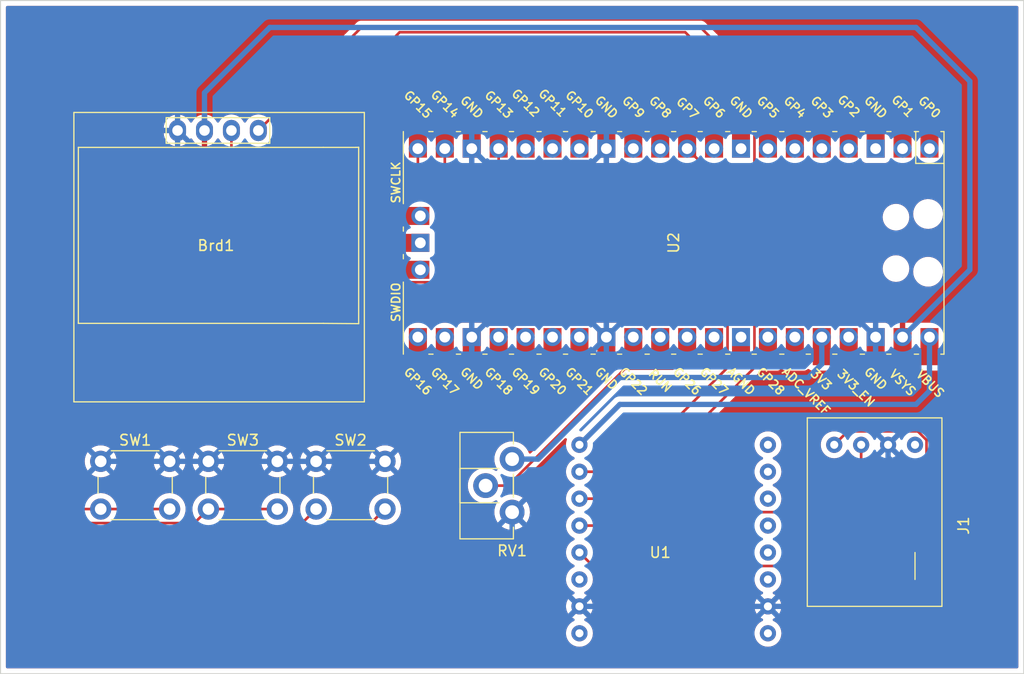
<source format=kicad_pcb>
(kicad_pcb (version 20211014) (generator pcbnew)
  (layers (0 "F.Cu" signal) (31 "B.Cu" signal) (34 "B.Paste" user) (35 "F.Paste" user) (36 "B.SilkS" user "B.Silkscreen") (37 "F.SilkS" user "F.Silkscreen") (38 "B.Mask" user) (39 "F.Mask" user) (44 "Edge.Cuts" user))
  (net 0 "")
  (net 1 "GND")
  (net 2 "VCC")
  (net 3 "GPIO5")
  (net 4 "GPIO4")
  (net 5 "+3V3")
  (net 6 "GPIO13")
  (net 7 "GPIO15")
  (net 8 "GPIO14")
  (net 9 "VBUS")
  (net 10 "GPIO7")
  (net 11 "GPIO8")
  (net 12 "RING1")
  (net 13 "TIP")
  (net 42 "GPIO26")
  (footprint "MCU_RaspberryPi_and_Boards:RPi_Pico_SMD_TH" (layer "F.Cu") (at 210.82 53.34 -90)
    (fp_text reference "U2" (at 0 0 90) (layer "F.SilkS"))
    (fp_text value "Pico")
    (fp_text user "GP8" (at -12.8 1.27 135) (layer "F.SilkS") (effects (font (size 0.8 0.8))))
    (fp_text user "GP26" (at 13.054 -1.27 135) (layer "F.SilkS") (effects (font (size 0.8 0.8))))
    (fp_text user "GP15" (at -13.054 24.13 135) (layer "F.SilkS") (effects (font (size 0.8 0.8))))
    (fp_text user "GND" (at 12.8 6.35 135) (layer "F.SilkS") (effects (font (size 0.8 0.8))))
    (fp_text user "GP2" (at -12.9 -16.51 135) (layer "F.SilkS") (effects (font (size 0.8 0.8))))
    (fp_text user "GP22" (at 13.054 3.81 135) (layer "F.SilkS") (effects (font (size 0.8 0.8))))
    (fp_text user "GND" (at -12.8 19.05 135) (layer "F.SilkS") (effects (font (size 0.8 0.8))))
    (fp_text user "GP1" (at -12.9 -21.6 135) (layer "F.SilkS") (effects (font (size 0.8 0.8))))
    (fp_text user "GP20" (at 13.054 11.43 135) (layer "F.SilkS") (effects (font (size 0.8 0.8))))
    (fp_text user "GP6" (at -12.8 -3.81 135) (layer "F.SilkS") (effects (font (size 0.8 0.8))))
    (fp_text user "GP19" (at 13.054 13.97 135) (layer "F.SilkS") (effects (font (size 0.8 0.8))))
    (fp_text user "GP17" (at 13.054 21.59 135) (layer "F.SilkS") (effects (font (size 0.8 0.8))))
    (fp_text user "GP9" (at -12.8 3.81 135) (layer "F.SilkS") (effects (font (size 0.8 0.8))))
    (fp_text user "VSYS" (at 13.2 -21.59 135) (layer "F.SilkS") (effects (font (size 0.8 0.8))))
    (fp_text user "GND" (at -12.8 6.35 135) (layer "F.SilkS") (effects (font (size 0.8 0.8))))
    (fp_text user "SWDIO" (at 5.6 26.2 90) (layer "F.SilkS") (effects (font (size 0.8 0.8))))
    (fp_text user "GP14" (at -13.1 21.59 135) (layer "F.SilkS") (effects (font (size 0.8 0.8))))
    (fp_text user "GP21" (at 13.054 8.9 135) (layer "F.SilkS") (effects (font (size 0.8 0.8))))
    (fp_text user "GP3" (at -12.8 -13.97 135) (layer "F.SilkS") (effects (font (size 0.8 0.8))))
    (fp_text user "GP7" (at -12.7 -1.3 135) (layer "F.SilkS") (effects (font (size 0.8 0.8))))
    (fp_text user "GND" (at -12.8 -6.35 135) (layer "F.SilkS") (effects (font (size 0.8 0.8))))
    (fp_text user "GP16" (at 13.054 24.13 135) (layer "F.SilkS") (effects (font (size 0.8 0.8))))
    (fp_text user "GP13" (at -13.054 16.51 135) (layer "F.SilkS") (effects (font (size 0.8 0.8))))
    (fp_text user "GND" (at -12.8 -19.05 135) (layer "F.SilkS") (effects (font (size 0.8 0.8))))
    (fp_text user "RUN" (at 13 1.27 135) (layer "F.SilkS") (effects (font (size 0.8 0.8))))
    (fp_text user "GP18" (at 13.054 16.51 135) (layer "F.SilkS") (effects (font (size 0.8 0.8))))
    (fp_text user "GP4" (at -12.8 -11.43 135) (layer "F.SilkS") (effects (font (size 0.8 0.8))))
    (fp_text user "GP5" (at -12.8 -8.89 135) (layer "F.SilkS") (effects (font (size 0.8 0.8))))
    (fp_text user "3V3" (at 12.9 -13.9 135) (layer "F.SilkS") (effects (font (size 0.8 0.8))))
    (fp_text user "ADC_VREF" (at 14 -12.5 135) (layer "F.SilkS") (effects (font (size 0.8 0.8))))
    (fp_text user "GP10" (at -13.054 8.89 135) (layer "F.SilkS") (effects (font (size 0.8 0.8))))
    (fp_text user "GND" (at 12.8 19.05 135) (layer "F.SilkS") (effects (font (size 0.8 0.8))))
    (fp_text user "VBUS" (at 13.3 -24.2 135) (layer "F.SilkS") (effects (font (size 0.8 0.8))))
    (fp_text user "GP0" (at -12.8 -24.13 135) (layer "F.SilkS") (effects (font (size 0.8 0.8))))
    (fp_text user "GND" (at 12.8 -19.05 135) (layer "F.SilkS") (effects (font (size 0.8 0.8))))
    (fp_text user "AGND" (at 13.054 -6.35 135) (layer "F.SilkS") (effects (font (size 0.8 0.8))))
    (fp_text user "SWCLK" (at -5.7 26.2 90) (layer "F.SilkS") (effects (font (size 0.8 0.8))))
    (fp_text user "GP28" (at 13.054 -9.144 135) (layer "F.SilkS") (effects (font (size 0.8 0.8))))
    (fp_text user "GP11" (at -13.2 11.43 135) (layer "F.SilkS") (effects (font (size 0.8 0.8))))
    (fp_text user "3V3_EN" (at 13.7 -17.2 135) (layer "F.SilkS") (effects (font (size 0.8 0.8))))
    (fp_text user "GP27" (at 13.054 -3.8 135) (layer "F.SilkS") (effects (font (size 0.8 0.8))))
    (fp_text user "GP12" (at -13.2 13.97 135) (layer "F.SilkS") (effects (font (size 0.8 0.8))))
    (fp_line (start 10.5 17.6) (end 10.5 18) (layer "F.SilkS") (width 0.12))
    (fp_line (start 10.5 -15.4) (end 10.5 -15) (layer "F.SilkS") (width 0.12))
    (fp_line (start -10.5 -20.5) (end -10.5 -20.1) (layer "F.SilkS") (width 0.12))
    (fp_line (start 10.5 4.9) (end 10.5 5.3) (layer "F.SilkS") (width 0.12))
    (fp_line (start 10.5 20.1) (end 10.5 20.5) (layer "F.SilkS") (width 0.12))
    (fp_line (start -10.5 -12.9) (end -10.5 -12.5) (layer "F.SilkS") (width 0.12))
    (fp_line (start 1.1 25.5) (end 1.5 25.5) (layer "F.SilkS") (width 0.12))
    (fp_line (start 10.5 12.5) (end 10.5 12.9) (layer "F.SilkS") (width 0.12))
    (fp_line (start -1.5 25.5) (end -1.1 25.5) (layer "F.SilkS") (width 0.12))
    (fp_line (start -10.5 7.4) (end -10.5 7.8) (layer "F.SilkS") (width 0.12))
    (fp_line (start 10.5 2.3) (end 10.5 2.7) (layer "F.SilkS") (width 0.12))
    (fp_line (start -10.5 -25.5) (end 10.5 -25.5) (layer "F.SilkS") (width 0.12))
    (fp_line (start -10.5 -25.5) (end -10.5 -25.2) (layer "F.SilkS") (width 0.12))
    (fp_line (start -10.5 10) (end -10.5 10.4) (layer "F.SilkS") (width 0.12))
    (fp_line (start -10.5 4.9) (end -10.5 5.3) (layer "F.SilkS") (width 0.12))
    (fp_line (start -10.5 -22.833) (end -7.493 -22.833) (layer "F.SilkS") (width 0.12))
    (fp_line (start -10.5 -7.8) (end -10.5 -7.4) (layer "F.SilkS") (width 0.12))
    (fp_line (start -10.5 -2.7) (end -10.5 -2.3) (layer "F.SilkS") (width 0.12))
    (fp_line (start 10.5 15.1) (end 10.5 15.5) (layer "F.SilkS") (width 0.12))
    (fp_line (start -10.5 -0.2) (end -10.5 0.2) (layer "F.SilkS") (width 0.12))
    (fp_line (start -10.5 2.3) (end -10.5 2.7) (layer "F.SilkS") (width 0.12))
    (fp_line (start -10.5 17.6) (end -10.5 18) (layer "F.SilkS") (width 0.12))
    (fp_line (start -10.5 -15.4) (end -10.5 -15) (layer "F.SilkS") (width 0.12))
    (fp_line (start 10.5 -20.5) (end 10.5 -20.1) (layer "F.SilkS") (width 0.12))
    (fp_line (start 10.5 -18) (end 10.5 -17.6) (layer "F.SilkS") (width 0.12))
    (fp_line (start 10.5 -10.4) (end 10.5 -10) (layer "F.SilkS") (width 0.12))
    (fp_line (start 10.5 22.7) (end 10.5 23.1) (layer "F.SilkS") (width 0.12))
    (fp_line (start 10.5 7.4) (end 10.5 7.8) (layer "F.SilkS") (width 0.12))
    (fp_line (start 10.5 -5.3) (end 10.5 -4.9) (layer "F.SilkS") (width 0.12))
    (fp_line (start -10.5 22.7) (end -10.5 23.1) (layer "F.SilkS") (width 0.12))
    (fp_line (start -3.7 25.5) (end -10.5 25.5) (layer "F.SilkS") (width 0.12))
    (fp_line (start 10.5 -23.1) (end 10.5 -22.7) (layer "F.SilkS") (width 0.12))
    (fp_line (start -10.5 12.5) (end -10.5 12.9) (layer "F.SilkS") (width 0.12))
    (fp_line (start -10.5 -18) (end -10.5 -17.6) (layer "F.SilkS") (width 0.12))
    (fp_line (start -10.5 20.1) (end -10.5 20.5) (layer "F.SilkS") (width 0.12))
    (fp_line (start 10.5 10) (end 10.5 10.4) (layer "F.SilkS") (width 0.12))
    (fp_line (start -10.5 -10.4) (end -10.5 -10) (layer "F.SilkS") (width 0.12))
    (fp_line (start 10.5 25.5) (end 3.7 25.5) (layer "F.SilkS") (width 0.12))
    (fp_line (start 10.5 -7.8) (end 10.5 -7.4) (layer "F.SilkS") (width 0.12))
    (fp_line (start -10.5 -23.1) (end -10.5 -22.7) (layer "F.SilkS") (width 0.12))
    (fp_line (start 10.5 -12.9) (end 10.5 -12.5) (layer "F.SilkS") (width 0.12))
    (fp_line (start 10.5 -25.5) (end 10.5 -25.2) (layer "F.SilkS") (width 0.12))
    (fp_line (start -10.5 -5.3) (end -10.5 -4.9) (layer "F.SilkS") (width 0.12))
    (fp_line (start 10.5 -0.2) (end 10.5 0.2) (layer "F.SilkS") (width 0.12))
    (fp_line (start -10.5 15.1) (end -10.5 15.5) (layer "F.SilkS") (width 0.12))
    (fp_line (start -7.493 -22.833) (end -7.493 -25.5) (layer "F.SilkS") (width 0.12))
    (fp_line (start 10.5 -2.7) (end 10.5 -2.3) (layer "F.SilkS") (width 0.12))
    (pad "" np_thru_hole oval (at -2.425 -20.97 270) (size 1.5 1.5) (drill 1.5) (layers *.Cu *.Mask))
    (pad "" np_thru_hole oval (at -2.725 -24 270) (size 1.8 1.8) (drill 1.8) (layers *.Cu *.Mask))
    (pad "" np_thru_hole oval (at 2.725 -24 270) (size 1.8 1.8) (drill 1.8) (layers *.Cu *.Mask))
    (pad "" np_thru_hole oval (at 2.425 -20.97 270) (size 1.5 1.5) (drill 1.5) (layers *.Cu *.Mask))
    (pad "1" thru_hole oval (at -8.89 -24.13 270) (size 1.7 1.7) (drill 1.02) (layers *.Cu *.Mask))
    (pad "1" smd rect (at -8.89 -24.13 270) (size 3.5 1.7) (drill (offset -0.9 0)) (layers "F.Cu" "F.Mask"))
    (pad "2" smd rect (at -8.89 -21.59 270) (size 3.5 1.7) (drill (offset -0.9 0)) (layers "F.Cu" "F.Mask"))
    (pad "2" thru_hole oval (at -8.89 -21.59 270) (size 1.7 1.7) (drill 1.02) (layers *.Cu *.Mask))
    (pad "3" smd rect (at -8.89 -19.05 270) (size 3.5 1.7) (drill (offset -0.9 0)) (layers "F.Cu" "F.Mask"))
    (pad "3" thru_hole rect (at -8.89 -19.05 270) (size 1.7 1.7) (drill 1.02) (layers *.Cu *.Mask))
    (pad "4" smd rect (at -8.89 -16.51 270) (size 3.5 1.7) (drill (offset -0.9 0)) (layers "F.Cu" "F.Mask"))
    (pad "4" thru_hole oval (at -8.89 -16.51 270) (size 1.7 1.7) (drill 1.02) (layers *.Cu *.Mask))
    (pad "5" thru_hole oval (at -8.89 -13.97 270) (size 1.7 1.7) (drill 1.02) (layers *.Cu *.Mask))
    (pad "5" smd rect (at -8.89 -13.97 270) (size 3.5 1.7) (drill (offset -0.9 0)) (layers "F.Cu" "F.Mask"))
    (pad "6" smd rect (at -8.89 -11.43 270) (size 3.5 1.7) (drill (offset -0.9 0)) (layers "F.Cu" "F.Mask") (net 4 "GPIO4"))
    (pad "6" thru_hole oval (at -8.89 -11.43 270) (size 1.7 1.7) (drill 1.02) (layers *.Cu *.Mask) (net 4 "GPIO4"))
    (pad "7" smd rect (at -8.89 -8.89 270) (size 3.5 1.7) (drill (offset -0.9 0)) (layers "F.Cu" "F.Mask") (net 3 "GPIO5"))
    (pad "7" thru_hole oval (at -8.89 -8.89 270) (size 1.7 1.7) (drill 1.02) (layers *.Cu *.Mask) (net 3 "GPIO5"))
    (pad "8" thru_hole rect (at -8.89 -6.35 270) (size 1.7 1.7) (drill 1.02) (layers *.Cu *.Mask))
    (pad "8" smd rect (at -8.89 -6.35 270) (size 3.5 1.7) (drill (offset -0.9 0)) (layers "F.Cu" "F.Mask"))
    (pad "9" smd rect (at -8.89 -3.81 270) (size 3.5 1.7) (drill (offset -0.9 0)) (layers "F.Cu" "F.Mask"))
    (pad "9" thru_hole oval (at -8.89 -3.81 270) (size 1.7 1.7) (drill 1.02) (layers *.Cu *.Mask))
    (pad "10" thru_hole oval (at -8.89 -1.27 270) (size 1.7 1.7) (drill 1.02) (layers *.Cu *.Mask) (net 10 "GPIO7"))
    (pad "10" smd rect (at -8.89 -1.27 270) (size 3.5 1.7) (drill (offset -0.9 0)) (layers "F.Cu" "F.Mask") (net 10 "GPIO7"))
    (pad "11" smd rect (at -8.89 1.27 270) (size 3.5 1.7) (drill (offset -0.9 0)) (layers "F.Cu" "F.Mask") (net 11 "GPIO8"))
    (pad "11" thru_hole oval (at -8.89 1.27 270) (size 1.7 1.7) (drill 1.02) (layers *.Cu *.Mask) (net 11 "GPIO8"))
    (pad "12" thru_hole oval (at -8.89 3.81 270) (size 1.7 1.7) (drill 1.02) (layers *.Cu *.Mask))
    (pad "12" smd rect (at -8.89 3.81 270) (size 3.5 1.7) (drill (offset -0.9 0)) (layers "F.Cu" "F.Mask"))
    (pad "13" smd rect (at -8.89 6.35 270) (size 3.5 1.7) (drill (offset -0.9 0)) (layers "F.Cu" "F.Mask") (net 1 "GND"))
    (pad "13" thru_hole rect (at -8.89 6.35 270) (size 1.7 1.7) (drill 1.02) (layers *.Cu *.Mask) (net 1 "GND"))
    (pad "14" smd rect (at -8.89 8.89 270) (size 3.5 1.7) (drill (offset -0.9 0)) (layers "F.Cu" "F.Mask"))
    (pad "14" thru_hole oval (at -8.89 8.89 270) (size 1.7 1.7) (drill 1.02) (layers *.Cu *.Mask))
    (pad "15" smd rect (at -8.89 11.43 270) (size 3.5 1.7) (drill (offset -0.9 0)) (layers "F.Cu" "F.Mask"))
    (pad "15" thru_hole oval (at -8.89 11.43 270) (size 1.7 1.7) (drill 1.02) (layers *.Cu *.Mask))
    (pad "16" thru_hole oval (at -8.89 13.97 270) (size 1.7 1.7) (drill 1.02) (layers *.Cu *.Mask))
    (pad "16" smd rect (at -8.89 13.97 270) (size 3.5 1.7) (drill (offset -0.9 0)) (layers "F.Cu" "F.Mask"))
    (pad "17" smd rect (at -8.89 16.51 270) (size 3.5 1.7) (drill (offset -0.9 0)) (layers "F.Cu" "F.Mask") (net 6 "GPIO13"))
    (pad "17" thru_hole oval (at -8.89 16.51 270) (size 1.7 1.7) (drill 1.02) (layers *.Cu *.Mask) (net 6 "GPIO13"))
    (pad "18" thru_hole rect (at -8.89 19.05 270) (size 1.7 1.7) (drill 1.02) (layers *.Cu *.Mask) (net 1 "GND"))
    (pad "18" smd rect (at -8.89 19.05 270) (size 3.5 1.7) (drill (offset -0.9 0)) (layers "F.Cu" "F.Mask") (net 1 "GND"))
    (pad "19" thru_hole oval (at -8.89 21.59 270) (size 1.7 1.7) (drill 1.02) (layers *.Cu *.Mask) (net 8 "GPIO14"))
    (pad "19" smd rect (at -8.89 21.59 270) (size 3.5 1.7) (drill (offset -0.9 0)) (layers "F.Cu" "F.Mask") (net 8 "GPIO14"))
    (pad "20" thru_hole oval (at -8.89 24.13 270) (size 1.7 1.7) (drill 1.02) (layers *.Cu *.Mask) (net 7 "GPIO15"))
    (pad "20" smd rect (at -8.89 24.13 270) (size 3.5 1.7) (drill (offset -0.9 0)) (layers "F.Cu" "F.Mask") (net 7 "GPIO15"))
    (pad "21" smd rect (at 8.89 24.13 270) (size 3.5 1.7) (drill (offset 0.9 0)) (layers "F.Cu" "F.Mask"))
    (pad "21" thru_hole oval (at 8.89 24.13 270) (size 1.7 1.7) (drill 1.02) (layers *.Cu *.Mask))
    (pad "22" thru_hole oval (at 8.89 21.59 270) (size 1.7 1.7) (drill 1.02) (layers *.Cu *.Mask))
    (pad "22" smd rect (at 8.89 21.59 270) (size 3.5 1.7) (drill (offset 0.9 0)) (layers "F.Cu" "F.Mask"))
    (pad "23" smd rect (at 8.89 19.05 270) (size 3.5 1.7) (drill (offset 0.9 0)) (layers "F.Cu" "F.Mask") (net 1 "GND"))
    (pad "23" thru_hole rect (at 8.89 19.05 270) (size 1.7 1.7) (drill 1.02) (layers *.Cu *.Mask) (net 1 "GND"))
    (pad "24" thru_hole oval (at 8.89 16.51 270) (size 1.7 1.7) (drill 1.02) (layers *.Cu *.Mask))
    (pad "24" smd rect (at 8.89 16.51 270) (size 3.5 1.7) (drill (offset 0.9 0)) (layers "F.Cu" "F.Mask"))
    (pad "25" thru_hole oval (at 8.89 13.97 270) (size 1.7 1.7) (drill 1.02) (layers *.Cu *.Mask))
    (pad "25" smd rect (at 8.89 13.97 270) (size 3.5 1.7) (drill (offset 0.9 0)) (layers "F.Cu" "F.Mask"))
    (pad "26" thru_hole oval (at 8.89 11.43 270) (size 1.7 1.7) (drill 1.02) (layers *.Cu *.Mask))
    (pad "26" smd rect (at 8.89 11.43 270) (size 3.5 1.7) (drill (offset 0.9 0)) (layers "F.Cu" "F.Mask"))
    (pad "27" thru_hole oval (at 8.89 8.89 270) (size 1.7 1.7) (drill 1.02) (layers *.Cu *.Mask))
    (pad "27" smd rect (at 8.89 8.89 270) (size 3.5 1.7) (drill (offset 0.9 0)) (layers "F.Cu" "F.Mask"))
    (pad "28" thru_hole rect (at 8.89 6.35 270) (size 1.7 1.7) (drill 1.02) (layers *.Cu *.Mask) (net 1 "GND"))
    (pad "28" smd rect (at 8.89 6.35 270) (size 3.5 1.7) (drill (offset 0.9 0)) (layers "F.Cu" "F.Mask") (net 1 "GND"))
    (pad "29" thru_hole oval (at 8.89 3.81 270) (size 1.7 1.7) (drill 1.02) (layers *.Cu *.Mask))
    (pad "29" smd rect (at 8.89 3.81 270) (size 3.5 1.7) (drill (offset 0.9 0)) (layers "F.Cu" "F.Mask"))
    (pad "30" thru_hole oval (at 8.89 1.27 270) (size 1.7 1.7) (drill 1.02) (layers *.Cu *.Mask))
    (pad "30" smd rect (at 8.89 1.27 270) (size 3.5 1.7) (drill (offset 0.9 0)) (layers "F.Cu" "F.Mask"))
    (pad "31" thru_hole oval (at 8.89 -1.27 270) (size 1.7 1.7) (drill 1.02) (layers *.Cu *.Mask) (net 42 "GPIO26"))
    (pad "31" smd rect (at 8.89 -1.27 270) (size 3.5 1.7) (drill (offset 0.9 0)) (layers "F.Cu" "F.Mask") (net 42 "GPIO26"))
    (pad "32" thru_hole oval (at 8.89 -3.81 270) (size 1.7 1.7) (drill 1.02) (layers *.Cu *.Mask))
    (pad "32" smd rect (at 8.89 -3.81 270) (size 3.5 1.7) (drill (offset 0.9 0)) (layers "F.Cu" "F.Mask"))
    (pad "33" thru_hole rect (at 8.89 -6.35 270) (size 1.7 1.7) (drill 1.02) (layers *.Cu *.Mask))
    (pad "33" smd rect (at 8.89 -6.35 270) (size 3.5 1.7) (drill (offset 0.9 0)) (layers "F.Cu" "F.Mask"))
    (pad "34" smd rect (at 8.89 -8.89 270) (size 3.5 1.7) (drill (offset 0.9 0)) (layers "F.Cu" "F.Mask"))
    (pad "34" thru_hole oval (at 8.89 -8.89 270) (size 1.7 1.7) (drill 1.02) (layers *.Cu *.Mask))
    (pad "35" thru_hole oval (at 8.89 -11.43 270) (size 1.7 1.7) (drill 1.02) (layers *.Cu *.Mask))
    (pad "35" smd rect (at 8.89 -11.43 270) (size 3.5 1.7) (drill (offset 0.9 0)) (layers "F.Cu" "F.Mask"))
    (pad "36" smd rect (at 8.89 -13.97 270) (size 3.5 1.7) (drill (offset 0.9 0)) (layers "F.Cu" "F.Mask") (net 5 "+3V3"))
    (pad "36" thru_hole oval (at 8.89 -13.97 270) (size 1.7 1.7) (drill 1.02) (layers *.Cu *.Mask) (net 5 "+3V3"))
    (pad "37" thru_hole oval (at 8.89 -16.51 270) (size 1.7 1.7) (drill 1.02) (layers *.Cu *.Mask))
    (pad "37" smd rect (at 8.89 -16.51 270) (size 3.5 1.7) (drill (offset 0.9 0)) (layers "F.Cu" "F.Mask"))
    (pad "38" smd rect (at 8.89 -19.05 270) (size 3.5 1.7) (drill (offset 0.9 0)) (layers "F.Cu" "F.Mask") (net 1 "GND"))
    (pad "38" thru_hole rect (at 8.89 -19.05 270) (size 1.7 1.7) (drill 1.02) (layers *.Cu *.Mask) (net 1 "GND"))
    (pad "39" smd rect (at 8.89 -21.59 270) (size 3.5 1.7) (drill (offset 0.9 0)) (layers "F.Cu" "F.Mask") (net 2 "VCC"))
    (pad "39" thru_hole oval (at 8.89 -21.59 270) (size 1.7 1.7) (drill 1.02) (layers *.Cu *.Mask) (net 2 "VCC"))
    (pad "40" thru_hole oval (at 8.89 -24.13 270) (size 1.7 1.7) (drill 1.02) (layers *.Cu *.Mask) (net 9 "VBUS"))
    (pad "40" smd rect (at 8.89 -24.13 270) (size 3.5 1.7) (drill (offset 0.9 0)) (layers "F.Cu" "F.Mask") (net 9 "VBUS"))
    (pad "41" smd rect (at -2.54 23.9) (size 3.5 1.7) (drill (offset -0.9 0)) (layers "F.Cu" "F.Mask"))
    (pad "41" thru_hole oval (at -2.54 23.9 270) (size 1.7 1.7) (drill 1.02) (layers *.Cu *.Mask))
    (pad "42" thru_hole rect (at 0 23.9 270) (size 1.7 1.7) (drill 1.02) (layers *.Cu *.Mask))
    (pad "42" smd rect (at 0 23.9) (size 3.5 1.7) (drill (offset -0.9 0)) (layers "F.Cu" "F.Mask"))
    (pad "43" smd rect (at 2.54 23.9) (size 3.5 1.7) (drill (offset -0.9 0)) (layers "F.Cu" "F.Mask"))
    (pad "43" thru_hole oval (at 2.54 23.9 270) (size 1.7 1.7) (drill 1.02) (layers *.Cu *.Mask))
  )
  (footprint "Button_Switch_THT:SW_PUSH_6mm" (layer "F.Cu") (at 166.93 73.95)
    (fp_text reference "SW3" (at 3.25 -2) (layer "F.SilkS"))
    (fp_text value "SW_Push")
    (fp_line (start -0.25 1.5) (end -0.25 3) (layer "F.SilkS") (width 0.12))
    (fp_line (start 6.75 3) (end 6.75 1.5) (layer "F.SilkS") (width 0.12))
    (fp_line (start 5.5 -1) (end 1 -1) (layer "F.SilkS") (width 0.12))
    (fp_line (start 1 5.5) (end 5.5 5.5) (layer "F.SilkS") (width 0.12))
    (pad "1" thru_hole circle (at 6.5 0 90) (size 2 2) (drill 1.1) (layers *.Cu *.Mask) (net 1 "GND"))
    (pad "1" thru_hole circle (at 0 0 90) (size 2 2) (drill 1.1) (layers *.Cu *.Mask) (net 1 "GND"))
    (pad "2" thru_hole circle (at 0 4.5 90) (size 2 2) (drill 1.1) (layers *.Cu *.Mask) (net 8 "GPIO14"))
    (pad "2" thru_hole circle (at 6.5 4.5 90) (size 2 2) (drill 1.1) (layers *.Cu *.Mask) (net 8 "GPIO14"))
  )
  (footprint "Arduino_Nano:DFPlayer" (layer "F.Cu") (at 209.55 72.39)
    (fp_text reference "U1" (at 0 10.16) (layer "F.SilkS"))
    (fp_text value "MP3-TF-16P")
    (pad "1" thru_hole circle locked (at -7.62 0) (size 1.524 1.524) (drill 0.762) (layers *.Cu *.Mask) (net 9 "VBUS"))
    (pad "2" thru_hole circle locked (at -7.62 2.54) (size 1.524 1.524) (drill 0.762) (layers *.Cu *.Mask) (net 10 "GPIO7"))
    (pad "3" thru_hole circle locked (at -7.62 5.08) (size 1.524 1.524) (drill 0.762) (layers *.Cu *.Mask) (net 11 "GPIO8"))
    (pad "4" thru_hole circle locked (at -7.62 7.62) (size 1.524 1.524) (drill 0.762) (layers *.Cu *.Mask) (net 12 "RING1"))
    (pad "5" thru_hole circle locked (at -7.62 10.16) (size 1.524 1.524) (drill 0.762) (layers *.Cu *.Mask) (net 13 "TIP"))
    (pad "6" thru_hole circle locked (at -7.62 12.7) (size 1.524 1.524) (drill 0.762) (layers *.Cu *.Mask))
    (pad "7" thru_hole circle locked (at -7.62 15.24) (size 1.524 1.524) (drill 0.762) (layers *.Cu *.Mask) (net 1 "GND"))
    (pad "8" thru_hole circle locked (at -7.62 17.78) (size 1.524 1.524) (drill 0.762) (layers *.Cu *.Mask))
    (pad "9" thru_hole circle locked (at 10.16 17.78) (size 1.524 1.524) (drill 0.762) (layers *.Cu *.Mask))
    (pad "10" thru_hole circle locked (at 10.16 15.24) (size 1.524 1.524) (drill 0.762) (layers *.Cu *.Mask) (net 1 "GND"))
    (pad "11" thru_hole circle locked (at 10.16 12.7) (size 1.524 1.524) (drill 0.762) (layers *.Cu *.Mask))
    (pad "12" thru_hole circle locked (at 10.16 10.16) (size 1.524 1.524) (drill 0.762) (layers *.Cu *.Mask))
    (pad "13" thru_hole circle locked (at 10.16 7.62) (size 1.524 1.524) (drill 0.762) (layers *.Cu *.Mask))
    (pad "14" thru_hole circle locked (at 10.16 5.08) (size 1.524 1.524) (drill 0.762) (layers *.Cu *.Mask))
    (pad "15" thru_hole circle locked (at 10.16 2.54) (size 1.524 1.524) (drill 0.762) (layers *.Cu *.Mask))
    (pad "16" thru_hole circle locked (at 10.16 0) (size 1.524 1.524) (drill 0.762) (layers *.Cu *.Mask))
  )
  (footprint "audioJack:TTRS_Breakout_board" (layer "F.Cu") (at 238.665 80.01 90)
    (fp_text reference "J1" (at 0 -0.5 90 unlocked) (layer "F.SilkS"))
    (fp_text value "AudioJack4")
    (fp_line (start 10.16 -15.24) (end -7.62 -15.24) (layer "F.SilkS") (width 0.12))
    (fp_line (start -7.62 -2.54) (end 10.16 -2.54) (layer "F.SilkS") (width 0.12))
    (fp_line (start -5.08 -5.08) (end -2.54 -5.08) (layer "F.SilkS") (width 0.12))
    (fp_line (start -7.62 -15.24) (end -7.62 -2.54) (layer "F.SilkS") (width 0.12))
    (fp_line (start 10.16 -2.54) (end 10.16 -15.24) (layer "F.SilkS") (width 0.12))
    (pad "R1" thru_hole circle (at 7.62 -10.16 180) (size 1.524 1.524) (drill 0.762) (layers *.Cu *.Mask) (net 12 "RING1"))
    (pad "R2" thru_hole circle (at 7.62 -7.62 90) (size 1.524 1.524) (drill 0.762) (layers *.Cu *.Mask) (net 1 "GND"))
    (pad "T" thru_hole circle (at 7.62 -12.7 90) (size 1.524 1.524) (drill 0.762) (layers *.Cu *.Mask) (net 13 "TIP"))
    (pad "s" thru_hole circle (at 7.62 -5.08 90) (size 1.524 1.524) (drill 0.762) (layers *.Cu *.Mask))
  )
  (footprint "Button_Switch_THT:SW_PUSH_6mm" (layer "F.Cu") (at 156.77 73.95)
    (fp_text reference "SW1" (at 3.25 -2) (layer "F.SilkS"))
    (fp_text value "SW_Push")
    (fp_line (start -0.25 1.5) (end -0.25 3) (layer "F.SilkS") (width 0.12))
    (fp_line (start 5.5 -1) (end 1 -1) (layer "F.SilkS") (width 0.12))
    (fp_line (start 1 5.5) (end 5.5 5.5) (layer "F.SilkS") (width 0.12))
    (fp_line (start 6.75 3) (end 6.75 1.5) (layer "F.SilkS") (width 0.12))
    (pad "1" thru_hole circle (at 0 0 90) (size 2 2) (drill 1.1) (layers *.Cu *.Mask) (net 1 "GND"))
    (pad "1" thru_hole circle (at 6.5 0 90) (size 2 2) (drill 1.1) (layers *.Cu *.Mask) (net 1 "GND"))
    (pad "2" thru_hole circle (at 0 4.5 90) (size 2 2) (drill 1.1) (layers *.Cu *.Mask) (net 6 "GPIO13"))
    (pad "2" thru_hole circle (at 6.5 4.5 90) (size 2 2) (drill 1.1) (layers *.Cu *.Mask) (net 6 "GPIO13"))
  )
  (footprint "SSD1306:128x64OLED" (layer "F.Cu") (at 167.64 53.34)
    (fp_text reference "Brd1" (at 0 0.254) (layer "F.SilkS"))
    (fp_text value "SSD1306")
    (fp_line (start 10.122 -9.005) (end 13.208 -9.005) (layer "F.SilkS") (width 0.12))
    (fp_line (start -4.699 -11.811) (end 5.08 -11.811) (layer "F.SilkS") (width 0.12))
    (fp_line (start -12.978 -9.005) (end 10.122 -9.005) (layer "F.SilkS") (width 0.12))
    (fp_line (start -13.4 -12.3) (end 14 -12.3) (layer "F.SilkS") (width 0.12))
    (fp_line (start 14 15) (end -13.4 15) (layer "F.SilkS") (width 0.12))
    (fp_line (start 14 -12.3) (end 14 15) (layer "F.SilkS") (width 0.12))
    (fp_line (start 13.462 -9.017) (end 13.208 -9.005) (layer "F.SilkS") (width 0.12))
    (fp_line (start 10.122 7.595) (end -12.978 7.595) (layer "F.SilkS") (width 0.12))
    (fp_line (start 13.462 7.62) (end 13.462 -9.017) (layer "F.SilkS") (width 0.12))
    (fp_line (start 5.08 -11.811) (end 5.08 -9.398) (layer "F.SilkS") (width 0.12))
    (fp_line (start -13.4 15) (end -13.4 -12.3) (layer "F.SilkS") (width 0.12))
    (fp_line (start -4.699 -11.811) (end -4.699 -9.398) (layer "F.SilkS") (width 0.12))
    (fp_line (start -12.978 7.595) (end -12.978 -9.005) (layer "F.SilkS") (width 0.12))
    (fp_line (start 10.122 7.595) (end 13.462 7.62) (layer "F.SilkS") (width 0.12))
    (fp_line (start 5.08 -9.398) (end -4.699 -9.398) (layer "F.SilkS") (width 0.12))
    (pad "1" thru_hole oval (at -3.62 -10.6 90) (size 2 1.6) (drill 1) (layers *.Cu *.Mask) (net 1 "GND"))
    (pad "2" thru_hole oval (at -1.08 -10.6 90) (size 2 1.6) (drill 1) (layers *.Cu *.Mask) (net 2 "VCC"))
    (pad "3" thru_hole oval (at 1.46 -10.6 90) (size 2 1.6) (drill 1) (layers *.Cu *.Mask) (net 3 "GPIO5"))
    (pad "4" thru_hole oval (at 4 -10.6 90) (size 2 1.6) (drill 1) (layers *.Cu *.Mask) (net 4 "GPIO4"))
  )
  (footprint "Button_Switch_THT:SW_PUSH_6mm" (layer "F.Cu") (at 177.09 73.95)
    (fp_text reference "SW2" (at 3.25 -2) (layer "F.SilkS"))
    (fp_text value "SW_Push")
    (fp_line (start 6.75 3) (end 6.75 1.5) (layer "F.SilkS") (width 0.12))
    (fp_line (start 5.5 -1) (end 1 -1) (layer "F.SilkS") (width 0.12))
    (fp_line (start 1 5.5) (end 5.5 5.5) (layer "F.SilkS") (width 0.12))
    (fp_line (start -0.25 1.5) (end -0.25 3) (layer "F.SilkS") (width 0.12))
    (pad "1" thru_hole circle (at 6.5 0 90) (size 2 2) (drill 1.1) (layers *.Cu *.Mask) (net 1 "GND"))
    (pad "1" thru_hole circle (at 0 0 90) (size 2 2) (drill 1.1) (layers *.Cu *.Mask) (net 1 "GND"))
    (pad "2" thru_hole circle (at 0 4.5 90) (size 2 2) (drill 1.1) (layers *.Cu *.Mask) (net 7 "GPIO15"))
    (pad "2" thru_hole circle (at 6.5 4.5 90) (size 2 2) (drill 1.1) (layers *.Cu *.Mask) (net 7 "GPIO15"))
  )
  (footprint "Potentiometer_THT:Potentiometer_ACP_CA9-H2,5_Horizontal" (layer "F.Cu") (at 195.58 78.74 180)
    (fp_text reference "RV1" (at 0 -3.65) (layer "F.SilkS"))
    (fp_text value "R_Potentiometer")
    (fp_line (start 4.92 0.88) (end 4.92 4.12) (layer "F.SilkS") (width 0.12))
    (fp_line (start 1.237 0.88) (end 4.92 0.88) (layer "F.SilkS") (width 0.12))
    (fp_line (start -0.121 7.52) (end 4.92 7.52) (layer "F.SilkS") (width 0.12))
    (fp_line (start -0.121 1.426) (end -0.121 3.575) (layer "F.SilkS") (width 0.12))
    (fp_line (start -0.121 -2.521) (end -0.121 -1.426) (layer "F.SilkS") (width 0.12))
    (fp_line (start 1.237 4.12) (end 4.92 4.12) (layer "F.SilkS") (width 0.12))
    (fp_line (start -0.121 6.425) (end -0.121 7.52) (layer "F.SilkS") (width 0.12))
    (fp_line (start -0.121 1.426) (end -0.121 3.575) (layer "F.SilkS") (width 0.12))
    (fp_line (start -0.121 -2.521) (end 4.92 -2.521) (layer "F.SilkS") (width 0.12))
    (fp_line (start 4.92 -2.521) (end 4.92 7.52) (layer "F.SilkS") (width 0.12))
    (pad "1" thru_hole circle (at 0 0 180) (size 2.34 2.34) (drill 1.3) (layers *.Cu *.Mask) (net 1 "GND"))
    (pad "2" thru_hole circle (at 2.5 2.5 180) (size 2.34 2.34) (drill 1.3) (layers *.Cu *.Mask) (net 42 "GPIO26"))
    (pad "3" thru_hole circle (at 0 5 180) (size 2.34 2.34) (drill 1.3) (layers *.Cu *.Mask) (net 5 "+3V3"))
  )
  (gr_rect (start 147.32 30.48) (end 243.84 93.98) (layer "Edge.Cuts") (width 0.1) (fill none))
  (segment (start 204.47 44.45) (end 203.170489 45.749511) (width 0.5) (layer "B.Cu") (net 1))
  (segment (start 195.58 86.36) (end 198.12 88.9) (width 0.5) (layer "B.Cu") (net 1))
  (segment (start 193.069511 45.749511) (end 191.77 44.45) (width 0.5) (layer "B.Cu") (net 1))
  (segment (start 232.41 87.63) (end 219.71 87.63) (width 0.5) (layer "B.Cu") (net 1))
  (segment (start 204.47 62.23) (end 200.66 66.04) (width 0.5) (layer "B.Cu") (net 1))
  (segment (start 203.170489 45.749511) (end 195.550489 45.749511) (width 0.5) (layer "B.Cu") (net 1))
  (segment (start 205.769511 60.930489) (end 228.570489 60.930489) (width 0.5) (layer "B.Cu") (net 1))
  (segment (start 193.04 48.26) (end 195.550489 45.749511) (width 0.5) (layer "B.Cu") (net 1))
  (segment (start 185.42 73.66) (end 185.42 78.74) (width 0.5) (layer "B.Cu") (net 1))
  (segment (start 193.04 81.28) (end 195.58 78.74) (width 0.5) (layer "B.Cu") (net 1))
  (segment (start 231.045 72.39) (end 231.045 73.565) (width 0.5) (layer "B.Cu") (net 1))
  (segment (start 231.045 73.565) (end 233.68 76.2) (width 0.5) (layer "B.Cu") (net 1))
  (segment (start 200.66 88.9) (end 201.93 87.63) (width 0.5) (layer "B.Cu") (net 1))
  (segment (start 173.43 73.95) (end 166.93 73.95) (width 0.5) (layer "B.Cu") (net 1))
  (segment (start 195.550489 45.749511) (end 193.069511 45.749511) (width 0.5) (layer "B.Cu") (net 1))
  (segment (start 183.59 73.95) (end 191.77 65.77) (width 0.5) (layer "B.Cu") (net 1))
  (segment (start 193.04 66.04) (end 185.42 73.66) (width 0.5) (layer "B.Cu") (net 1))
  (segment (start 164.02 42.74) (end 169.54 48.26) (width 0.5) (layer "B.Cu") (net 1))
  (segment (start 204.47 62.23) (end 205.769511 60.930489) (width 0.5) (layer "B.Cu") (net 1))
  (segment (start 177.09 73.95) (end 183.59 73.95) (width 0.5) (layer "B.Cu") (net 1))
  (segment (start 219.71 87.63) (end 201.93 87.63) (width 0.5) (layer "B.Cu") (net 1))
  (segment (start 187.96 81.28) (end 193.04 81.28) (width 0.5) (layer "B.Cu") (net 1))
  (segment (start 233.68 76.2) (end 233.68 86.36) (width 0.5) (layer "B.Cu") (net 1))
  (segment (start 228.570489 60.930489) (end 229.87 62.23) (width 0.5) (layer "B.Cu") (net 1))
  (segment (start 233.68 86.36) (end 232.41 87.63) (width 0.5) (layer "B.Cu") (net 1))
  (segment (start 200.66 66.04) (end 193.04 66.04) (width 0.5) (layer "B.Cu") (net 1))
  (segment (start 169.54 48.26) (end 193.04 48.26) (width 0.5) (layer "B.Cu") (net 1))
  (segment (start 204.47 62.23) (end 204.47 44.45) (width 0.5) (layer "B.Cu") (net 1))
  (segment (start 177.09 73.95) (end 173.43 73.95) (width 0.5) (layer "B.Cu") (net 1))
  (segment (start 191.77 62.23) (end 193.069511 60.930489) (width 0.5) (layer "B.Cu") (net 1))
  (segment (start 195.58 78.74) (end 195.58 86.36) (width 0.5) (layer "B.Cu") (net 1))
  (segment (start 185.42 78.74) (end 187.96 81.28) (width 0.5) (layer "B.Cu") (net 1))
  (segment (start 191.77 65.77) (end 191.77 62.23) (width 0.5) (layer "B.Cu") (net 1))
  (segment (start 193.069511 60.930489) (end 203.170489 60.930489) (width 0.5) (layer "B.Cu") (net 1))
  (segment (start 198.12 88.9) (end 200.66 88.9) (width 0.5) (layer "B.Cu") (net 1))
  (segment (start 203.170489 60.930489) (end 204.47 62.23) (width 0.5) (layer "B.Cu") (net 1))
  (segment (start 166.93 73.95) (end 163.27 73.95) (width 0.5) (layer "B.Cu") (net 1))
  (segment (start 163.27 73.95) (end 156.77 73.95) (width 0.5) (layer "B.Cu") (net 1))
  (segment (start 166.56 39.18) (end 166.56 42.74) (width 0.5) (layer "B.Cu") (net 2))
  (segment (start 233.68 33.02) (end 172.72 33.02) (width 0.5) (layer "B.Cu") (net 2))
  (segment (start 172.72 33.02) (end 166.56 39.18) (width 0.5) (layer "B.Cu") (net 2))
  (segment (start 238.76 55.88) (end 238.76 38.1) (width 0.5) (layer "B.Cu") (net 2))
  (segment (start 232.41 62.23) (end 238.76 55.88) (width 0.5) (layer "B.Cu") (net 2))
  (segment (start 238.76 38.1) (end 233.68 33.02) (width 0.5) (layer "B.Cu") (net 2))
  (segment (start 184.97048 33.46952) (end 172.72 45.72) (width 0.25) (layer "F.Cu") (net 3))
  (segment (start 169.1 44.64) (end 169.1 42.74) (width 0.25) (layer "F.Cu") (net 3))
  (segment (start 211.905237 33.46952) (end 184.97048 33.46952) (width 0.25) (layer "F.Cu") (net 3))
  (segment (start 172.72 45.72) (end 170.18 45.72) (width 0.25) (layer "F.Cu") (net 3))
  (segment (start 170.18 45.72) (end 169.1 44.64) (width 0.25) (layer "F.Cu") (net 3))
  (segment (start 219.71 44.45) (end 219.71 41.274283) (width 0.25) (layer "F.Cu") (net 3))
  (segment (start 219.71 41.274283) (end 211.905237 33.46952) (width 0.25) (layer "F.Cu") (net 3))
  (segment (start 171.64 42.74) (end 181.36 33.02) (width 0.25) (layer "F.Cu") (net 4))
  (segment (start 181.36 33.02) (end 213.36 33.02) (width 0.25) (layer "F.Cu") (net 4))
  (segment (start 222.25 41.91) (end 222.25 44.45) (width 0.25) (layer "F.Cu") (net 4))
  (segment (start 213.36 33.02) (end 222.25 41.91) (width 0.25) (layer "F.Cu") (net 4))
  (segment (start 195.58 73.74) (end 198.04 73.74) (width 0.5) (layer "B.Cu") (net 5))
  (segment (start 205.74 66.04) (end 223.52 66.04) (width 0.5) (layer "B.Cu") (net 5))
  (segment (start 198.04 73.74) (end 205.74 66.04) (width 0.5) (layer "B.Cu") (net 5))
  (segment (start 223.52 66.04) (end 224.79 64.77) (width 0.5) (layer "B.Cu") (net 5))
  (segment (start 224.79 64.77) (end 224.79 62.23) (width 0.5) (layer "B.Cu") (net 5))
  (segment (start 157.48 58.42) (end 187.96 58.42) (width 0.25) (layer "F.Cu") (net 6))
  (segment (start 187.96 58.42) (end 194.31 52.07) (width 0.25) (layer "F.Cu") (net 6))
  (segment (start 163.27 78.45) (end 156.77 78.45) (width 0.25) (layer "F.Cu") (net 6))
  (segment (start 156.77 78.45) (end 154.65 78.45) (width 0.25) (layer "F.Cu") (net 6))
  (segment (start 154.65 78.45) (end 152.4 76.2) (width 0.25) (layer "F.Cu") (net 6))
  (segment (start 152.4 63.5) (end 157.48 58.42) (width 0.25) (layer "F.Cu") (net 6))
  (segment (start 152.4 76.2) (end 152.4 63.5) (width 0.25) (layer "F.Cu") (net 6))
  (segment (start 194.31 52.07) (end 194.31 44.45) (width 0.25) (layer "F.Cu") (net 6))
  (segment (start 186.69 46.99) (end 177.8 55.88) (width 0.25) (layer "F.Cu") (net 7))
  (segment (start 183.59 78.45) (end 181.815969 80.224031) (width 0.25) (layer "F.Cu") (net 7))
  (segment (start 151.344031 80.224031) (end 175.315969 80.224031) (width 0.25) (layer "F.Cu") (net 7))
  (segment (start 181.815969 80.224031) (end 175.315969 80.224031) (width 0.25) (layer "F.Cu") (net 7))
  (segment (start 152.4 55.88) (end 149.41048 58.86952) (width 0.25) (layer "F.Cu") (net 7))
  (segment (start 149.41048 78.29048) (end 151.344031 80.224031) (width 0.25) (layer "F.Cu") (net 7))
  (segment (start 175.315969 80.224031) (end 177.09 78.45) (width 0.25) (layer "F.Cu") (net 7))
  (segment (start 186.69 44.45) (end 186.69 46.99) (width 0.25) (layer "F.Cu") (net 7))
  (segment (start 149.41048 58.86952) (end 149.41048 78.29048) (width 0.25) (layer "F.Cu") (net 7))
  (segment (start 177.8 55.88) (end 152.4 55.88) (width 0.25) (layer "F.Cu") (net 7))
  (segment (start 153.434511 79.774511) (end 149.86 76.2) (width 0.25) (layer "F.Cu") (net 8))
  (segment (start 187.96 57.054511) (end 189.23 55.784511) (width 0.25) (layer "F.Cu") (net 8))
  (segment (start 189.23 55.784511) (end 189.23 44.45) (width 0.25) (layer "F.Cu") (net 8))
  (segment (start 149.86 76.2) (end 149.86 60.96) (width 0.25) (layer "F.Cu") (net 8))
  (segment (start 173.43 78.45) (end 166.93 78.45) (width 0.25) (layer "F.Cu") (net 8))
  (segment (start 165.605489 79.774511) (end 153.434511 79.774511) (width 0.25) (layer "F.Cu") (net 8))
  (segment (start 149.86 60.96) (end 153.765489 57.054511) (width 0.25) (layer "F.Cu") (net 8))
  (segment (start 153.765489 57.054511) (end 187.96 57.054511) (width 0.25) (layer "F.Cu") (net 8))
  (segment (start 166.93 78.45) (end 165.605489 79.774511) (width 0.25) (layer "F.Cu") (net 8))
  (segment (start 205.74 68.58) (end 233.68 68.58) (width 0.5) (layer "B.Cu") (net 9))
  (segment (start 233.68 68.58) (end 234.95 67.31) (width 0.5) (layer "B.Cu") (net 9))
  (segment (start 201.93 72.39) (end 205.74 68.58) (width 0.5) (layer "B.Cu") (net 9))
  (segment (start 234.95 67.31) (end 234.95 62.23) (width 0.5) (layer "B.Cu") (net 9))
  (segment (start 201.93 74.93) (end 206.079022 74.93) (width 0.25) (layer "F.Cu") (net 10))
  (segment (start 215.9 48.26) (end 212.09 44.45) (width 0.25) (layer "F.Cu") (net 10))
  (segment (start 215.9 65.109022) (end 215.9 48.26) (width 0.25) (layer "F.Cu") (net 10))
  (segment (start 206.079022 74.93) (end 215.9 65.109022) (width 0.25) (layer "F.Cu") (net 10))
  (segment (start 209.55 44.45) (end 209.55 41.91) (width 0.25) (layer "F.Cu") (net 11))
  (segment (start 206.079022 77.47) (end 218.44 65.109022) (width 0.25) (layer "F.Cu") (net 11))
  (segment (start 218.44 41.570978) (end 218.44 48.069022) (width 0.25) (layer "F.Cu") (net 11))
  (segment (start 201.93 77.47) (end 206.079022 77.47) (width 0.25) (layer "F.Cu") (net 11))
  (segment (start 209.55 41.91) (end 210.82 40.64) (width 0.25) (layer "F.Cu") (net 11))
  (segment (start 217.509022 40.64) (end 218.44 41.570978) (width 0.25) (layer "F.Cu") (net 11))
  (segment (start 218.44 65.109022) (end 218.44 48.069022) (width 0.25) (layer "F.Cu") (net 11))
  (segment (start 210.82 40.64) (end 217.509022 40.64) (width 0.25) (layer "F.Cu") (net 11))
  (segment (start 228.505 76.295) (end 228.505 72.39) (width 0.25) (layer "F.Cu") (net 12))
  (segment (start 226.06 78.74) (end 228.505 76.295) (width 0.25) (layer "F.Cu") (net 12))
  (segment (start 201.93 80.01) (end 204.17474 80.01) (width 0.25) (layer "F.Cu") (net 12))
  (segment (start 205.44474 78.74) (end 226.06 78.74) (width 0.25) (layer "F.Cu") (net 12))
  (segment (start 204.17474 80.01) (end 205.44474 78.74) (width 0.25) (layer "F.Cu") (net 12))
  (segment (start 227.235 71.12) (end 225.965 72.39) (width 0.25) (layer "F.Cu") (net 13))
  (segment (start 233.85156 71.12) (end 227.235 71.12) (width 0.25) (layer "F.Cu") (net 13))
  (segment (start 201.93 82.55) (end 203.2 83.82) (width 0.25) (layer "F.Cu") (net 13))
  (segment (start 231.14 83.82) (end 234.671511 80.288489) (width 0.25) (layer "F.Cu") (net 13))
  (segment (start 234.671511 80.288489) (end 234.671511 71.939951) (width 0.25) (layer "F.Cu") (net 13))
  (segment (start 203.2 83.82) (end 231.14 83.82) (width 0.25) (layer "F.Cu") (net 13))
  (segment (start 234.671511 71.939951) (end 233.85156 71.12) (width 0.25) (layer "F.Cu") (net 13))
  (segment (start 212.09 63.839022) (end 212.09 62.23) (width 0.25) (layer "F.Cu") (net 42))
  (segment (start 195.193559 76.24) (end 206.229048 65.204511) (width 0.25) (layer "F.Cu") (net 42))
  (segment (start 206.229048 65.204511) (end 210.724511 65.204511) (width 0.25) (layer "F.Cu") (net 42))
  (segment (start 193.08 76.24) (end 195.193559 76.24) (width 0.25) (layer "F.Cu") (net 42))
  (segment (start 210.724511 65.204511) (end 212.09 63.839022) (width 0.25) (layer "F.Cu") (net 42))
  (zone (net 2) (net_name "VCC") (layer "F.Cu") (connect_pads (clearance 0.508)) (min_thickness 0.254) (fill yes (thermal_gap 0.508) (thermal_bridge_width 0.508))
    (polygon (pts (xy 243.84 93.98) (xy 147.32 93.98) (xy 147.32 30.48) (xy 243.84 30.48)))
  )
  (zone (net 1) (net_name "GND") (layer "B.Cu") (connect_pads (clearance 0.508)) (min_thickness 0.254) (fill yes (thermal_gap 0.508) (thermal_bridge_width 0.508))
    (polygon (pts (xy 243.84 93.98) (xy 147.32 93.98) (xy 147.32 30.48) (xy 243.84 30.48)))
  )
)
</source>
